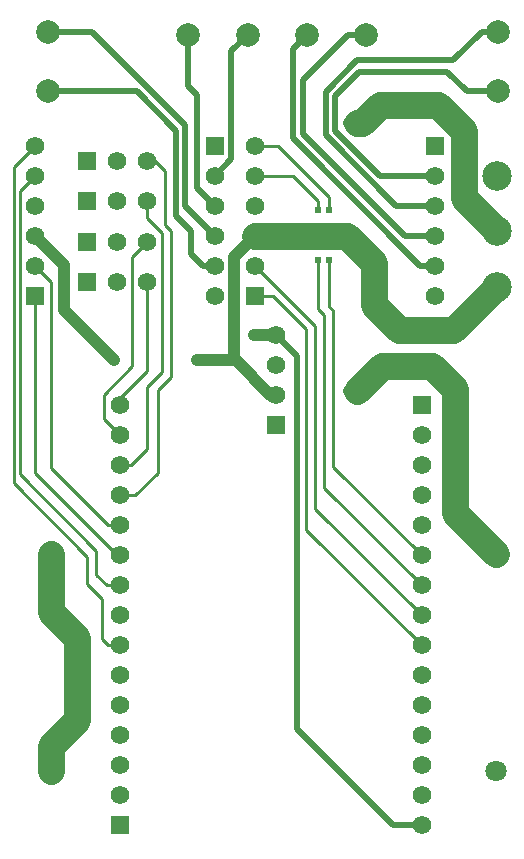
<source format=gtl>
G04 Layer: TopLayer*
G04 EasyEDA v6.5.42, 2024-06-13 11:32:13*
G04 d1ebce20da0e461893040d04fa24d534,1f4b798e1f424c36b07c5063a1ef9d4e,10*
G04 Gerber Generator version 0.2*
G04 Scale: 100 percent, Rotated: No, Reflected: No *
G04 Dimensions in millimeters *
G04 leading zeros omitted , absolute positions ,4 integer and 5 decimal *
%FSLAX45Y45*%
%MOMM*%

%AMMACRO1*21,1,$1,$2,0,0,$3*%
%ADD10C,1.0000*%
%ADD11C,0.2540*%
%ADD12C,0.5000*%
%ADD13C,2.2500*%
%ADD14C,1.5748*%
%ADD15MACRO1,1.5748X1.5748X-90.0000*%
%ADD16MACRO1,1.5748X1.5748X90.0000*%
%ADD17C,2.0000*%
%ADD18R,1.5748X1.5748*%
%ADD19C,1.8000*%
%ADD20O,2.3999952X0.9999979999999999*%
%ADD21C,2.5000*%
%ADD22C,0.6200*%
%ADD23C,0.8000*%

%LPD*%
D10*
X901700Y-3073400D02*
G01*
X471779Y-2643479D01*
X471779Y-2262479D01*
X228600Y-2019300D01*
X1917700Y-3060700D02*
G01*
X1917700Y-2197100D01*
X2095500Y-2019300D01*
X1600200Y-3073400D02*
G01*
X1930400Y-3073400D01*
X2222500Y-3365500D01*
X2273300Y-3365500D01*
D11*
X1181100Y-1384300D02*
G01*
X1244600Y-1384300D01*
X1333500Y-1473200D01*
X1333500Y-1930400D01*
X1384300Y-1981200D01*
X1384300Y-3213100D01*
X1270000Y-3327400D01*
X1270000Y-4025900D01*
X1079500Y-4216400D01*
X952500Y-4216400D01*
X1181100Y-1727200D02*
G01*
X1181100Y-1866900D01*
X1308100Y-1993900D01*
X1308100Y-3175000D01*
X1181100Y-3302000D01*
X1181100Y-3822700D01*
X1041400Y-3962400D01*
X952500Y-3962400D01*
X1181100Y-2413000D02*
G01*
X1181100Y-3162300D01*
X952500Y-3390900D01*
X952500Y-3454400D01*
X1181100Y-2070100D02*
G01*
X1054100Y-2197100D01*
X1054100Y-3124200D01*
X812800Y-3365500D01*
X812800Y-3568700D01*
X952500Y-3708400D01*
X2717800Y-2222500D02*
G01*
X2717800Y-2616200D01*
X2755900Y-2654300D01*
X2755900Y-3975100D01*
X3505200Y-4724400D01*
X2628900Y-2222500D02*
G01*
X2628900Y-2641600D01*
X2679700Y-2692400D01*
X2679700Y-4152900D01*
X3505200Y-4978400D01*
X2095500Y-2273300D02*
G01*
X2603500Y-2781300D01*
X2603500Y-4330700D01*
X3505200Y-5232400D01*
X2095500Y-2527300D02*
G01*
X2247900Y-2527300D01*
X2527300Y-2806700D01*
X2527300Y-4508500D01*
X3505200Y-5486400D01*
D12*
X2273300Y-2857500D02*
G01*
X2451100Y-3035300D01*
X2451100Y-6197600D01*
X3263900Y-7010400D01*
X3505200Y-7010400D01*
X3619500Y-1511300D02*
G01*
X3149600Y-1511300D01*
X2768600Y-1130300D01*
X2768600Y-838200D01*
X2971800Y-635000D01*
X3721100Y-635000D01*
X3882643Y-796544D01*
X4152900Y-796544D01*
X3619500Y-1765300D02*
G01*
X3289300Y-1765300D01*
X2692400Y-1168400D01*
X2692400Y-800100D01*
X2959100Y-533400D01*
X3771900Y-533400D01*
X4009643Y-295655D01*
X4152900Y-295655D01*
X1527555Y-317500D02*
G01*
X1527555Y-752855D01*
X1600200Y-825500D01*
X1600200Y-1612900D01*
X1752600Y-1765300D01*
D11*
X228600Y-1511300D02*
G01*
X101600Y-1638300D01*
X101600Y-4038600D01*
X749300Y-4686300D01*
X749300Y-4889500D01*
X838200Y-4978400D01*
X952500Y-4978400D01*
X228600Y-2527300D02*
G01*
X228600Y-4025900D01*
X927100Y-4724400D01*
X952500Y-4724400D01*
X228600Y-2273300D02*
G01*
X368300Y-2413000D01*
X368300Y-3987800D01*
X850900Y-4470400D01*
X952500Y-4470400D01*
D13*
X2959100Y-1065809D02*
G01*
X2998190Y-1065809D01*
X3149600Y-914400D01*
X3644900Y-914400D01*
X3860800Y-1130300D01*
X3860800Y-1701800D01*
X4140200Y-1981200D01*
D12*
X3619500Y-2019300D02*
G01*
X3365500Y-2019300D01*
X2501900Y-1155700D01*
X2501900Y-698500D01*
X2882900Y-317500D01*
X3031743Y-317500D01*
X342900Y-295655D02*
G01*
X714755Y-295655D01*
X1498600Y-1079500D01*
X1498600Y-1765300D01*
X1752600Y-2019300D01*
X342900Y-796544D02*
G01*
X1088644Y-796544D01*
X1422400Y-1130300D01*
X1422400Y-1854200D01*
X1549400Y-1981200D01*
X1549400Y-2171700D01*
X1651000Y-2273300D01*
X1752600Y-2273300D01*
D10*
X2273300Y-2857500D02*
G01*
X2082800Y-2857500D01*
D11*
X2095500Y-1257300D02*
G01*
X2286000Y-1257300D01*
X2717800Y-1689100D01*
X2717800Y-1803400D01*
X2095500Y-1511300D02*
G01*
X2413000Y-1511300D01*
X2628900Y-1727200D01*
X2628900Y-1803400D01*
D12*
X2530856Y-317500D02*
G01*
X2413000Y-435355D01*
X2413000Y-1193800D01*
X3492500Y-2273300D01*
X3619500Y-2273300D01*
X2028443Y-317500D02*
G01*
X2028443Y-321055D01*
X1892300Y-457200D01*
X1892300Y-1371600D01*
X1752600Y-1511300D01*
D13*
X365912Y-4711700D02*
G01*
X365912Y-5204612D01*
X584200Y-5422900D01*
X584200Y-6121400D01*
X366011Y-6339588D01*
X366011Y-6553200D01*
D11*
X228600Y-1257300D02*
G01*
X50800Y-1435100D01*
X50800Y-4114800D01*
X673100Y-4737100D01*
X673100Y-4965700D01*
X800100Y-5092700D01*
X800100Y-5435600D01*
X850900Y-5486400D01*
X952500Y-5486400D01*
D13*
X2959100Y-3328415D02*
G01*
X3163315Y-3124200D01*
X3594100Y-3124200D01*
X3784600Y-3314700D01*
X3784600Y-4366513D01*
X4129786Y-4711700D01*
X4140200Y-2451100D02*
G01*
X3771900Y-2819400D01*
X3314700Y-2819400D01*
X3098800Y-2603500D01*
X3098800Y-2247900D01*
X2870200Y-2019300D01*
X2095500Y-2019300D01*
D14*
G01*
X3505200Y-7010400D03*
G01*
X3505200Y-6756400D03*
G01*
X3505200Y-6502400D03*
G01*
X3505200Y-6248400D03*
G01*
X3505200Y-5994400D03*
G01*
X3505200Y-5740400D03*
G01*
X3505200Y-5486400D03*
G01*
X3505200Y-5232400D03*
G01*
X3505200Y-4978400D03*
G01*
X3505200Y-4724400D03*
G01*
X3505200Y-4470400D03*
G01*
X3505200Y-4216400D03*
G01*
X3505200Y-3962400D03*
G01*
X3505200Y-3708400D03*
D15*
G01*
X3505200Y-3454400D03*
D14*
G01*
X952500Y-3454400D03*
G01*
X952500Y-3708400D03*
G01*
X952500Y-3962400D03*
G01*
X952500Y-4216400D03*
G01*
X952500Y-4470400D03*
G01*
X952500Y-4724400D03*
G01*
X952500Y-4978400D03*
G01*
X952500Y-5232400D03*
G01*
X952500Y-5486400D03*
G01*
X952500Y-5740400D03*
G01*
X952500Y-5994400D03*
G01*
X952500Y-6248400D03*
G01*
X952500Y-6502400D03*
G01*
X952500Y-6756400D03*
D16*
G01*
X952500Y-7010400D03*
D14*
G01*
X1752600Y-2527300D03*
G01*
X1752600Y-2273300D03*
G01*
X1752600Y-2019300D03*
G01*
X1752600Y-1765300D03*
G01*
X1752600Y-1511300D03*
D15*
G01*
X1752600Y-1257300D03*
D14*
G01*
X228600Y-1257300D03*
G01*
X228600Y-1511300D03*
G01*
X228600Y-1765300D03*
G01*
X228600Y-2019300D03*
G01*
X228600Y-2273300D03*
D16*
G01*
X228600Y-2527300D03*
D14*
G01*
X2095500Y-1257300D03*
G01*
X2095500Y-1511300D03*
G01*
X2095500Y-1765300D03*
G01*
X2095500Y-2019300D03*
G01*
X2095500Y-2273300D03*
D16*
G01*
X2095500Y-2527300D03*
D14*
G01*
X3619500Y-2527300D03*
G01*
X3619500Y-2273300D03*
G01*
X3619500Y-2019300D03*
G01*
X3619500Y-1765300D03*
G01*
X3619500Y-1511300D03*
D15*
G01*
X3619500Y-1257300D03*
D17*
G01*
X3031743Y-317500D03*
G01*
X2530856Y-317500D03*
G01*
X2028443Y-317500D03*
G01*
X1527555Y-317500D03*
G01*
X4152900Y-796544D03*
G01*
X4152900Y-295655D03*
D14*
G01*
X1181100Y-2070100D03*
G01*
X927100Y-2070100D03*
D18*
G01*
X673100Y-2070100D03*
D14*
G01*
X1181100Y-2413000D03*
G01*
X927100Y-2413000D03*
D18*
G01*
X673100Y-2413000D03*
D14*
G01*
X1181100Y-1384300D03*
G01*
X927100Y-1384300D03*
D18*
G01*
X673100Y-1384300D03*
D14*
G01*
X1181100Y-1727200D03*
G01*
X927100Y-1727200D03*
D18*
G01*
X673100Y-1727200D03*
D17*
G01*
X342900Y-295655D03*
G01*
X342900Y-796544D03*
D19*
G01*
X4129887Y-4711700D03*
G01*
X365912Y-4711700D03*
G01*
X365912Y-6553200D03*
G01*
X4129887Y-6553200D03*
D18*
G01*
X2273300Y-3619500D03*
D14*
G01*
X2273300Y-3365500D03*
G01*
X2273300Y-3111500D03*
G01*
X2273300Y-2857500D03*
D20*
G01*
X2959100Y-3328390D03*
G01*
X2959100Y-1065809D03*
D21*
G01*
X4140200Y-1511198D03*
G01*
X4140200Y-1981200D03*
G01*
X4140200Y-2451201D03*
D22*
G01*
X2717800Y-1803400D03*
G01*
X2628900Y-1803400D03*
G01*
X2628900Y-2222500D03*
G01*
X2717800Y-2222500D03*
D23*
G01*
X2082800Y-2857500D03*
G01*
X1600200Y-3073400D03*
G01*
X901700Y-3073400D03*
M02*

</source>
